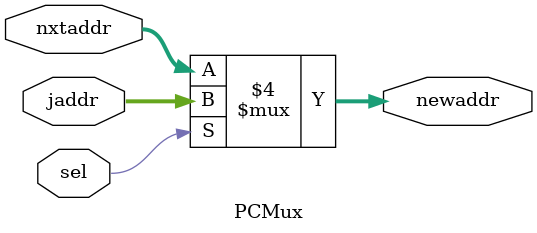
<source format=v>
`timescale 1ns / 1ps

module PCMux(
    input sel,
    input [7:0] jaddr,
    input [7:0] nxtaddr,
    output reg [7:0] newaddr
    );
    
    always@(sel, jaddr, nxtaddr)
    begin
        if(sel==1'b1)
        begin
            newaddr = jaddr;
        end
        else
        begin
            newaddr = nxtaddr;
        end
    end
endmodule

</source>
